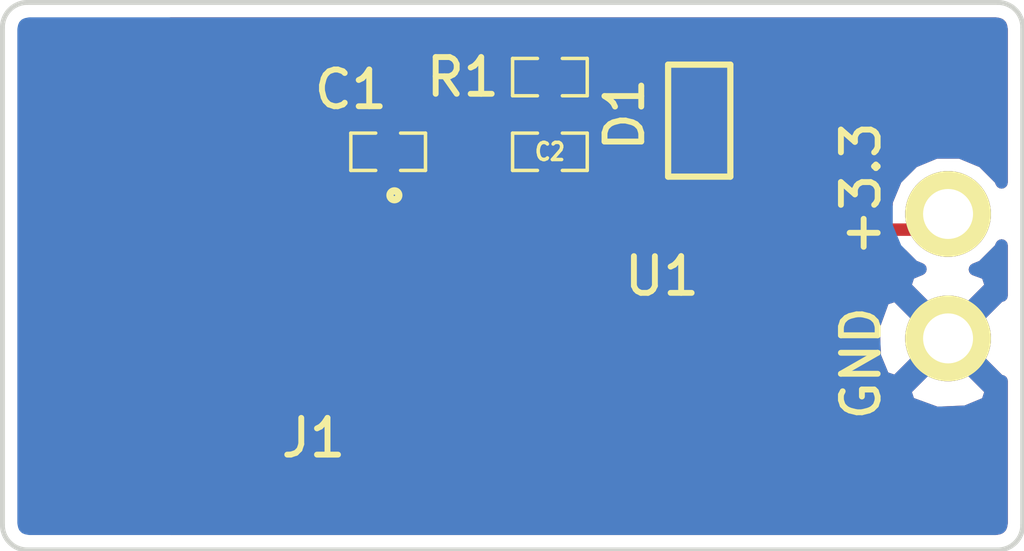
<source format=kicad_pcb>
(kicad_pcb (version 3) (host pcbnew "(2013-07-07 BZR 4022)-stable")

  (general
    (links 19)
    (no_connects 5)
    (area 211.767 139.141999 235.339 150.418001)
    (thickness 1.6)
    (drawings 9)
    (tracks 17)
    (zones 0)
    (modules 8)
    (nets 5)
  )

  (page A3)
  (layers
    (15 F.Cu signal)
    (0 B.Cu signal)
    (16 B.Adhes user)
    (17 F.Adhes user)
    (18 B.Paste user)
    (19 F.Paste user)
    (20 B.SilkS user)
    (21 F.SilkS user)
    (22 B.Mask user)
    (23 F.Mask user)
    (24 Dwgs.User user)
    (25 Cmts.User user)
    (26 Eco1.User user)
    (27 Eco2.User user)
    (28 Edge.Cuts user)
  )

  (setup
    (last_trace_width 0.254)
    (trace_clearance 0.254)
    (zone_clearance 0.254)
    (zone_45_only no)
    (trace_min 0.254)
    (segment_width 0.2)
    (edge_width 0.1)
    (via_size 0.889)
    (via_drill 0.635)
    (via_min_size 0.889)
    (via_min_drill 0.508)
    (uvia_size 0.508)
    (uvia_drill 0.127)
    (uvias_allowed no)
    (uvia_min_size 0.508)
    (uvia_min_drill 0.127)
    (pcb_text_width 0.3)
    (pcb_text_size 1.5 1.5)
    (mod_edge_width 0.15)
    (mod_text_size 1 1)
    (mod_text_width 0.15)
    (pad_size 1.5 1.5)
    (pad_drill 0.6)
    (pad_to_mask_clearance 0)
    (aux_axis_origin 0 0)
    (visible_elements 7FFFFFBF)
    (pcbplotparams
      (layerselection 15761409)
      (usegerberextensions true)
      (excludeedgelayer true)
      (linewidth 0.150000)
      (plotframeref false)
      (viasonmask false)
      (mode 1)
      (useauxorigin false)
      (hpglpennumber 1)
      (hpglpenspeed 20)
      (hpglpendiameter 15)
      (hpglpenoverlay 2)
      (psnegative false)
      (psa4output false)
      (plotreference true)
      (plotvalue true)
      (plotothertext true)
      (plotinvisibletext false)
      (padsonsilk false)
      (subtractmaskfromsilk false)
      (outputformat 1)
      (mirror false)
      (drillshape 0)
      (scaleselection 1)
      (outputdirectory gerbers))
  )

  (net 0 "")
  (net 1 /+3.3v)
  (net 2 /+5v)
  (net 3 GND)
  (net 4 N-000007)

  (net_class Default "This is the default net class."
    (clearance 0.254)
    (trace_width 0.254)
    (via_dia 0.889)
    (via_drill 0.635)
    (uvia_dia 0.508)
    (uvia_drill 0.127)
    (add_net "")
    (add_net /+3.3v)
    (add_net /+5v)
    (add_net GND)
    (add_net N-000007)
  )

  (module usb_micro_b_smt (layer F.Cu) (tedit 54183121) (tstamp 54182F35)
    (at 214.63 144.78 270)
    (path /54182DC6)
    (fp_text reference J1 (at 3.302 -4.826 360) (layer F.SilkS)
      (effects (font (size 0.75 0.75) (thickness 0.12)))
    )
    (fp_text value USB-MICRO-B (at 0 2.159 270) (layer F.SilkS) hide
      (effects (font (size 0.75 0.75) (thickness 0.15)))
    )
    (pad 6 smd rect (at 1.2 0 270) (size 1.9 1.9)
      (layers F.Cu F.Paste F.Mask)
      (net 3 GND)
    )
    (pad 6 smd rect (at -1.2 0 270) (size 1.9 1.9)
      (layers F.Cu F.Paste F.Mask)
      (net 3 GND)
    )
    (pad 6 smd rect (at 3.8 0 270) (size 1.8 1.9)
      (layers F.Cu F.Paste F.Mask)
      (net 3 GND)
    )
    (pad 6 smd rect (at -3.8 0 270) (size 1.8 1.9)
      (layers F.Cu F.Paste F.Mask)
      (net 3 GND)
    )
    (pad 6 smd rect (at -3.1 -2.55 270) (size 2.1 1.6)
      (layers F.Cu F.Paste F.Mask)
      (net 3 GND)
    )
    (pad 6 smd rect (at 3.1 -2.55 270) (size 2.1 1.6)
      (layers F.Cu F.Paste F.Mask)
      (net 3 GND)
    )
    (pad 2 smd rect (at -0.65 -3 270) (size 0.4 2)
      (layers F.Cu F.Paste F.Mask)
    )
    (pad 3 smd rect (at 0 -3 270) (size 0.4 2)
      (layers F.Cu F.Paste F.Mask)
    )
    (pad 4 smd rect (at 0.65 -3 270) (size 0.4 2)
      (layers F.Cu F.Paste F.Mask)
    )
    (pad 5 smd rect (at 1.3 -3 270) (size 0.4 2)
      (layers F.Cu F.Paste F.Mask)
      (net 3 GND)
    )
    (pad 1 smd rect (at -1.3 -3 270) (size 0.4 2)
      (layers F.Cu F.Paste F.Mask)
      (net 2 /+5v)
    )
  )

  (module TEST_0.100 (layer F.Cu) (tedit 54183282) (tstamp 54182F3A)
    (at 232.41 143.51 270)
    (path /54182DD5)
    (fp_text reference P1 (at 0 -2.1 270) (layer F.SilkS) hide
      (effects (font (size 1 1) (thickness 0.15)))
    )
    (fp_text value +3.3 (at -0.508 1.778 270) (layer F.SilkS)
      (effects (font (size 0.75 0.75) (thickness 0.12)))
    )
    (pad 1 thru_hole circle (at 0 0 270) (size 1.75 1.75) (drill 1.02)
      (layers *.Cu *.Mask F.SilkS)
      (net 1 /+3.3v)
    )
  )

  (module TEST_0.100 (layer F.Cu) (tedit 54183278) (tstamp 54182F3F)
    (at 232.41 146.05 270)
    (path /54182DE2)
    (fp_text reference P2 (at 0 -2.1 270) (layer F.SilkS) hide
      (effects (font (size 1 1) (thickness 0.15)))
    )
    (fp_text value GND (at 0.508 1.778 270) (layer F.SilkS)
      (effects (font (size 0.75 0.75) (thickness 0.12)))
    )
    (pad 1 thru_hole circle (at 0 0 270) (size 1.75 1.75) (drill 1.02)
      (layers *.Cu *.Mask F.SilkS)
      (net 3 GND)
    )
  )

  (module sot23-5_noah (layer F.Cu) (tedit 54183140) (tstamp 54182F49)
    (at 222.25 144.78)
    (path /54182BF8)
    (fp_text reference U1 (at 4.318 0) (layer F.SilkS)
      (effects (font (size 0.75 0.75) (thickness 0.12)))
    )
    (fp_text value "AAT3221 / MIC5504" (at 1.397 -2.286) (layer F.SilkS) hide
      (effects (font (size 0.75 0.75) (thickness 0.12)))
    )
    (fp_circle (center -1.143 -1.651) (end -1.0795 -1.5875) (layer F.SilkS) (width 0.15))
    (pad 1 smd rect (at 0 -0.95) (size 1.3 0.55)
      (layers F.Cu F.Paste F.Mask)
      (net 2 /+5v)
    )
    (pad 2 smd rect (at 0 0) (size 1.3 0.55)
      (layers F.Cu F.Paste F.Mask)
      (net 3 GND)
    )
    (pad 3 smd rect (at 0 0.95) (size 1.3 0.55)
      (layers F.Cu F.Paste F.Mask)
      (net 2 /+5v)
    )
    (pad 4 smd rect (at 2.5 0.95) (size 1.3 0.55)
      (layers F.Cu F.Paste F.Mask)
      (net 3 GND)
    )
    (pad 5 smd rect (at 2.5 -0.95) (size 1.3 0.55)
      (layers F.Cu F.Paste F.Mask)
      (net 1 /+3.3v)
    )
  )

  (module SM0402_c (layer F.Cu) (tedit 516FD0AE) (tstamp 54182F55)
    (at 224.282 142.24 180)
    (path /54182C9D)
    (attr smd)
    (fp_text reference C2 (at 0 0 180) (layer F.SilkS)
      (effects (font (size 0.35052 0.3048) (thickness 0.07112)))
    )
    (fp_text value 1uF (at 0.09906 0 180) (layer F.SilkS) hide
      (effects (font (size 0.35052 0.3048) (thickness 0.07112)))
    )
    (fp_line (start -0.254 -0.381) (end -0.762 -0.381) (layer F.SilkS) (width 0.07112))
    (fp_line (start -0.762 -0.381) (end -0.762 0.381) (layer F.SilkS) (width 0.07112))
    (fp_line (start -0.762 0.381) (end -0.254 0.381) (layer F.SilkS) (width 0.07112))
    (fp_line (start 0.254 -0.381) (end 0.762 -0.381) (layer F.SilkS) (width 0.07112))
    (fp_line (start 0.762 -0.381) (end 0.762 0.381) (layer F.SilkS) (width 0.07112))
    (fp_line (start 0.762 0.381) (end 0.254 0.381) (layer F.SilkS) (width 0.07112))
    (pad 1 smd rect (at -0.44958 0 180) (size 0.39878 0.59944)
      (layers F.Cu F.Paste F.Mask)
      (net 1 /+3.3v)
    )
    (pad 2 smd rect (at 0.44958 0 180) (size 0.39878 0.59944)
      (layers F.Cu F.Paste F.Mask)
      (net 3 GND)
    )
    (model smd/capacitors/C0402.wrl
      (at (xyz 0 0 0))
      (scale (xyz 0.27 0.27 0.27))
      (rotate (xyz 0 0 0))
    )
  )

  (module SM0402_c (layer F.Cu) (tedit 5418312D) (tstamp 54182F61)
    (at 220.98 142.24)
    (path /54182CC9)
    (attr smd)
    (fp_text reference C1 (at -0.762 -1.27) (layer F.SilkS)
      (effects (font (size 0.75 0.75) (thickness 0.12)))
    )
    (fp_text value 1uF (at 0.09906 0) (layer F.SilkS) hide
      (effects (font (size 0.35052 0.3048) (thickness 0.07112)))
    )
    (fp_line (start -0.254 -0.381) (end -0.762 -0.381) (layer F.SilkS) (width 0.07112))
    (fp_line (start -0.762 -0.381) (end -0.762 0.381) (layer F.SilkS) (width 0.07112))
    (fp_line (start -0.762 0.381) (end -0.254 0.381) (layer F.SilkS) (width 0.07112))
    (fp_line (start 0.254 -0.381) (end 0.762 -0.381) (layer F.SilkS) (width 0.07112))
    (fp_line (start 0.762 -0.381) (end 0.762 0.381) (layer F.SilkS) (width 0.07112))
    (fp_line (start 0.762 0.381) (end 0.254 0.381) (layer F.SilkS) (width 0.07112))
    (pad 1 smd rect (at -0.44958 0) (size 0.39878 0.59944)
      (layers F.Cu F.Paste F.Mask)
      (net 2 /+5v)
    )
    (pad 2 smd rect (at 0.44958 0) (size 0.39878 0.59944)
      (layers F.Cu F.Paste F.Mask)
      (net 3 GND)
    )
    (model smd/capacitors/C0402.wrl
      (at (xyz 0 0 0))
      (scale (xyz 0.27 0.27 0.27))
      (rotate (xyz 0 0 0))
    )
  )

  (module SM0402_r (layer F.Cu) (tedit 541830D6) (tstamp 54183078)
    (at 224.282 140.716 180)
    (path /54183114)
    (attr smd)
    (fp_text reference R1 (at 1.778 0 180) (layer F.SilkS)
      (effects (font (size 0.75 0.75) (thickness 0.12)))
    )
    (fp_text value 1K (at 0.09906 0 180) (layer F.SilkS) hide
      (effects (font (size 0.35052 0.3048) (thickness 0.07112)))
    )
    (fp_line (start -0.254 -0.381) (end -0.762 -0.381) (layer F.SilkS) (width 0.07112))
    (fp_line (start -0.762 -0.381) (end -0.762 0.381) (layer F.SilkS) (width 0.07112))
    (fp_line (start -0.762 0.381) (end -0.254 0.381) (layer F.SilkS) (width 0.07112))
    (fp_line (start 0.254 -0.381) (end 0.762 -0.381) (layer F.SilkS) (width 0.07112))
    (fp_line (start 0.762 -0.381) (end 0.762 0.381) (layer F.SilkS) (width 0.07112))
    (fp_line (start 0.762 0.381) (end 0.254 0.381) (layer F.SilkS) (width 0.07112))
    (pad 1 smd rect (at -0.44958 0 180) (size 0.39878 0.59944)
      (layers F.Cu F.Paste F.Mask)
      (net 4 N-000007)
    )
    (pad 2 smd rect (at 0.44958 0 180) (size 0.39878 0.59944)
      (layers F.Cu F.Paste F.Mask)
      (net 3 GND)
    )
    (model smd/resistors/R0402.wrl
      (at (xyz 0 0 0))
      (scale (xyz 0.27 0.27 0.27))
      (rotate (xyz 0 0 0))
    )
  )

  (module SM0603 (layer F.Cu) (tedit 54183135) (tstamp 54183094)
    (at 227.33 141.605 90)
    (path /541830EB)
    (attr smd)
    (fp_text reference D1 (at 0.127 -1.524 90) (layer F.SilkS)
      (effects (font (size 0.75 0.75) (thickness 0.12)))
    )
    (fp_text value LED (at 0 0 90) (layer F.SilkS) hide
      (effects (font (size 0.508 0.4572) (thickness 0.1143)))
    )
    (fp_line (start -1.143 -0.635) (end 1.143 -0.635) (layer F.SilkS) (width 0.127))
    (fp_line (start 1.143 -0.635) (end 1.143 0.635) (layer F.SilkS) (width 0.127))
    (fp_line (start 1.143 0.635) (end -1.143 0.635) (layer F.SilkS) (width 0.127))
    (fp_line (start -1.143 0.635) (end -1.143 -0.635) (layer F.SilkS) (width 0.127))
    (pad 1 smd rect (at -0.762 0 90) (size 0.635 1.143)
      (layers F.Cu F.Paste F.Mask)
      (net 1 /+3.3v)
    )
    (pad 2 smd rect (at 0.762 0 90) (size 0.635 1.143)
      (layers F.Cu F.Paste F.Mask)
      (net 4 N-000007)
    )
    (model smd\resistors\R0603.wrl
      (at (xyz 0 0 0.001))
      (scale (xyz 0.5 0.5 0.5))
      (rotate (xyz 0 0 0))
    )
  )

  (gr_text "github.com/\nnoahp/usb3_3v\nv0.1" (at 225.044 147.066) (layer F.Mask)
    (effects (font (size 0.75 0.75) (thickness 0.12)))
  )
  (gr_line (start 213.614 150.368) (end 233.426 150.368) (angle 90) (layer Edge.Cuts) (width 0.1))
  (gr_line (start 213.106 139.7) (end 213.106 149.86) (angle 90) (layer Edge.Cuts) (width 0.1))
  (gr_line (start 233.426 139.192) (end 213.614 139.192) (angle 90) (layer Edge.Cuts) (width 0.1))
  (gr_line (start 233.934 149.86) (end 233.934 139.7) (angle 90) (layer Edge.Cuts) (width 0.1))
  (gr_arc (start 213.614 149.86) (end 213.614 150.368) (angle 90) (layer Edge.Cuts) (width 0.1))
  (gr_arc (start 233.426 149.86) (end 233.934 149.86) (angle 90) (layer Edge.Cuts) (width 0.1))
  (gr_arc (start 233.426 139.7) (end 233.426 139.192) (angle 90) (layer Edge.Cuts) (width 0.1))
  (gr_arc (start 213.614 139.7) (end 213.106 139.7) (angle 90) (layer Edge.Cuts) (width 0.1))

  (segment (start 230.82 143.83) (end 232.09 143.83) (width 0.254) (layer F.Cu) (net 1) (status 800000))
  (segment (start 225.806 143.83) (end 230.82 143.83) (width 0.254) (layer F.Cu) (net 1))
  (segment (start 232.09 143.83) (end 232.41 143.51) (width 0.254) (layer F.Cu) (net 1) (tstamp 541832AA) (status C00000))
  (segment (start 224.75 143.83) (end 225.806 143.83) (width 0.254) (layer F.Cu) (net 1))
  (segment (start 225.806 143.83) (end 225.867 143.83) (width 0.254) (layer F.Cu) (net 1) (tstamp 5418317A))
  (segment (start 225.867 143.83) (end 227.33 142.367) (width 0.254) (layer F.Cu) (net 1) (tstamp 54183176))
  (segment (start 224.73158 142.24) (end 224.73158 143.81158) (width 0.254) (layer F.Cu) (net 1))
  (segment (start 224.73158 143.81158) (end 224.75 143.83) (width 0.254) (layer F.Cu) (net 1) (tstamp 54183173))
  (segment (start 220.345 143.51) (end 220.345 142.42542) (width 0.254) (layer F.Cu) (net 2))
  (segment (start 220.345 142.42542) (end 220.53042 142.24) (width 0.254) (layer F.Cu) (net 2) (tstamp 54183215))
  (segment (start 220.345 143.48) (end 220.345 143.51) (width 0.254) (layer F.Cu) (net 2))
  (segment (start 220.345 143.51) (end 220.345 145.415) (width 0.254) (layer F.Cu) (net 2) (tstamp 54183213))
  (segment (start 220.66 145.73) (end 222.25 145.73) (width 0.254) (layer F.Cu) (net 2) (tstamp 5418300E))
  (segment (start 220.345 145.415) (end 220.66 145.73) (width 0.254) (layer F.Cu) (net 2) (tstamp 5418300D))
  (segment (start 217.63 143.48) (end 220.345 143.48) (width 0.254) (layer F.Cu) (net 2))
  (segment (start 220.345 143.48) (end 221.9 143.48) (width 0.254) (layer F.Cu) (net 2) (tstamp 5418300B))
  (segment (start 221.9 143.48) (end 222.25 143.83) (width 0.254) (layer F.Cu) (net 2) (tstamp 54182FDC))

  (zone (net 3) (net_name GND) (layer F.Cu) (tstamp 541831D5) (hatch edge 0.508)
    (connect_pads (clearance 0.254))
    (min_thickness 0.254)
    (fill (arc_segments 16) (thermal_gap 0.508) (thermal_bridge_width 0.508))
    (polygon
      (pts
        (xy 233.934 150.368) (xy 213.106 150.368) (xy 213.106 139.192) (xy 233.934 139.192)
      )
    )
    (filled_polygon
      (pts
        (xy 233.503 149.816851) (xy 233.489179 149.886647) (xy 233.474782 149.908154) (xy 233.451833 149.923517) (xy 233.383738 149.937)
        (xy 233.292454 149.937) (xy 233.292454 147.11206) (xy 232.41 146.229605) (xy 232.230395 146.40921) (xy 232.230395 146.05)
        (xy 231.34794 145.167546) (xy 231.094049 145.250886) (xy 230.888412 145.815308) (xy 230.914422 146.41546) (xy 231.094049 146.849114)
        (xy 231.34794 146.932454) (xy 232.230395 146.05) (xy 232.230395 146.40921) (xy 231.527546 147.11206) (xy 231.610886 147.365951)
        (xy 232.175308 147.571588) (xy 232.77546 147.545578) (xy 233.209114 147.365951) (xy 233.292454 147.11206) (xy 233.292454 149.937)
        (xy 226.03499 149.937) (xy 226.03499 146.01574) (xy 226.03499 145.444259) (xy 226.034889 145.328136) (xy 225.938013 145.094832)
        (xy 225.759229 144.916359) (xy 225.525755 144.81989) (xy 225.03575 144.82) (xy 224.877 144.97875) (xy 224.877 145.603)
        (xy 225.87625 145.603) (xy 226.03499 145.444259) (xy 226.03499 146.01574) (xy 225.87625 145.857) (xy 224.877 145.857)
        (xy 224.877 146.48125) (xy 225.03575 146.64) (xy 225.525755 146.64011) (xy 225.759229 146.543641) (xy 225.938013 146.365168)
        (xy 226.034889 146.131864) (xy 226.03499 146.01574) (xy 226.03499 149.937) (xy 224.623 149.937) (xy 224.623 146.48125)
        (xy 224.623 145.857) (xy 223.62375 145.857) (xy 223.465009 146.01574) (xy 223.465111 146.131864) (xy 223.561987 146.365168)
        (xy 223.740771 146.543641) (xy 223.974245 146.64011) (xy 224.46425 146.64) (xy 224.623 146.48125) (xy 224.623 149.937)
        (xy 218.61511 149.937) (xy 218.61511 149.055755) (xy 218.615 148.16575) (xy 218.45625 148.007) (xy 217.307 148.007)
        (xy 217.307 149.40625) (xy 217.46575 149.565) (xy 217.854245 149.56511) (xy 218.106864 149.564889) (xy 218.340168 149.468013)
        (xy 218.518641 149.289229) (xy 218.61511 149.055755) (xy 218.61511 149.937) (xy 216.535 149.937) (xy 216.535 149.565101)
        (xy 216.89425 149.565) (xy 217.053 149.40625) (xy 217.053 148.007) (xy 217.033 148.007) (xy 217.033 147.753)
        (xy 217.053 147.753) (xy 217.053 147.733) (xy 217.307 147.733) (xy 217.307 147.753) (xy 218.45625 147.753)
        (xy 218.615 147.59425) (xy 218.615083 146.915013) (xy 218.756864 146.914889) (xy 218.990168 146.818013) (xy 219.168641 146.639229)
        (xy 219.26511 146.405755) (xy 219.265 146.33875) (xy 219.10625 146.18) (xy 217.757 146.18) (xy 217.757 146.194917)
        (xy 217.503 146.194989) (xy 217.503 146.18) (xy 217.483 146.18) (xy 217.483 146.011066) (xy 218.705453 146.011066)
        (xy 218.780637 145.98) (xy 219.10625 145.98) (xy 219.265 145.82125) (xy 219.26511 145.754245) (xy 219.168641 145.520771)
        (xy 219.011066 145.362921) (xy 219.011066 145.154547) (xy 218.990614 145.105051) (xy 219.010934 145.056118) (xy 219.011066 144.904547)
        (xy 219.011066 144.504547) (xy 218.990614 144.455051) (xy 219.010934 144.406118) (xy 219.011066 144.254547) (xy 219.011066 143.988)
        (xy 219.837 143.988) (xy 219.837 145.415) (xy 219.875669 145.609403) (xy 219.98579 145.77421) (xy 220.30079 146.08921)
        (xy 220.465596 146.199331) (xy 220.465597 146.199331) (xy 220.497849 146.205746) (xy 220.66 146.238) (xy 221.294248 146.238)
        (xy 221.383899 146.327808) (xy 221.523882 146.385934) (xy 221.675453 146.386066) (xy 222.975453 146.386066) (xy 223.115537 146.328184)
        (xy 223.222808 146.221101) (xy 223.280934 146.081118) (xy 223.281066 145.929547) (xy 223.281066 145.571841) (xy 223.438013 145.415168)
        (xy 223.465091 145.349954) (xy 223.465009 145.444259) (xy 223.62375 145.603) (xy 224.623 145.603) (xy 224.623 144.97875)
        (xy 224.46425 144.82) (xy 223.974245 144.81989) (xy 223.740771 144.916359) (xy 223.561987 145.094832) (xy 223.534908 145.160045)
        (xy 223.53499 145.06574) (xy 223.37625 144.907) (xy 222.377 144.907) (xy 222.377 144.927) (xy 222.123 144.927)
        (xy 222.123 144.907) (xy 221.12375 144.907) (xy 220.965009 145.06574) (xy 220.965111 145.181864) (xy 220.981776 145.222)
        (xy 220.87042 145.222) (xy 220.853 145.20458) (xy 220.853 143.988) (xy 221.218934 143.988) (xy 221.218934 143.988158)
        (xy 221.061987 144.144832) (xy 220.965111 144.378136) (xy 220.965009 144.494259) (xy 221.12375 144.653) (xy 222.123 144.653)
        (xy 222.123 144.633) (xy 222.377 144.633) (xy 222.377 144.653) (xy 223.37625 144.653) (xy 223.53499 144.494259)
        (xy 223.534889 144.378136) (xy 223.438013 144.144832) (xy 223.281066 143.988158) (xy 223.281066 143.479547) (xy 223.223184 143.339463)
        (xy 223.116101 143.232192) (xy 222.976118 143.174066) (xy 222.824547 143.173934) (xy 222.312354 143.173934) (xy 222.25921 143.12079)
        (xy 222.094403 143.010669) (xy 222.062388 143.0043) (xy 222.166983 142.899888) (xy 222.263859 142.666584) (xy 222.26408 142.413965)
        (xy 222.26408 142.066035) (xy 222.263859 141.813416) (xy 222.166983 141.580112) (xy 221.988199 141.401639) (xy 221.754725 141.30517)
        (xy 221.688025 141.30528) (xy 221.529275 141.46403) (xy 221.529275 142.113) (xy 222.10522 142.113) (xy 222.26397 141.95425)
        (xy 222.26408 142.066035) (xy 222.26408 142.413965) (xy 222.26397 142.52575) (xy 222.10522 142.367) (xy 221.529275 142.367)
        (xy 221.529275 142.387) (xy 221.329885 142.387) (xy 221.329885 142.367) (xy 221.28258 142.367) (xy 221.28258 142.113)
        (xy 221.329885 142.113) (xy 221.329885 141.46403) (xy 221.171135 141.30528) (xy 221.104435 141.30517) (xy 220.870961 141.401639)
        (xy 220.71306 141.559265) (xy 220.654357 141.559214) (xy 220.255577 141.559214) (xy 220.115493 141.617096) (xy 220.008222 141.724179)
        (xy 219.950096 141.864162) (xy 219.949964 142.015733) (xy 219.949964 142.119827) (xy 219.875669 142.231017) (xy 219.837 142.42542)
        (xy 219.837 142.972) (xy 218.860883 142.972) (xy 218.846101 142.957192) (xy 218.706118 142.899066) (xy 218.597253 142.898971)
        (xy 218.61511 142.855755) (xy 218.61511 140.504245) (xy 218.518641 140.270771) (xy 218.340168 140.091987) (xy 218.106864 139.995111)
        (xy 217.854245 139.99489) (xy 217.46575 139.995) (xy 217.307 140.15375) (xy 217.307 141.553) (xy 218.45625 141.553)
        (xy 218.615 141.39425) (xy 218.61511 140.504245) (xy 218.61511 142.855755) (xy 218.615 141.96575) (xy 218.45625 141.807)
        (xy 217.307 141.807) (xy 217.307 141.827) (xy 217.053 141.827) (xy 217.053 141.807) (xy 217.033 141.807)
        (xy 217.033 141.553) (xy 217.053 141.553) (xy 217.053 140.15375) (xy 216.89425 139.995) (xy 216.535 139.994898)
        (xy 216.535 139.623) (xy 233.383738 139.623) (xy 233.451833 139.636482) (xy 233.474782 139.651845) (xy 233.489179 139.673352)
        (xy 233.503 139.743148) (xy 233.503 142.866247) (xy 233.475405 142.799463) (xy 233.122396 142.445836) (xy 232.66093 142.254219)
        (xy 232.161262 142.253783) (xy 231.699463 142.444595) (xy 231.345836 142.797604) (xy 231.154219 143.25907) (xy 231.154164 143.322)
        (xy 230.82 143.322) (xy 227.09342 143.322) (xy 227.349854 143.065566) (xy 227.976953 143.065566) (xy 228.117037 143.007684)
        (xy 228.224308 142.900601) (xy 228.282434 142.760618) (xy 228.282566 142.609047) (xy 228.282566 141.974047) (xy 228.282566 141.085047)
        (xy 228.282566 140.450047) (xy 228.224684 140.309963) (xy 228.117601 140.202692) (xy 227.977618 140.144566) (xy 227.826047 140.144434)
        (xy 226.683047 140.144434) (xy 226.542963 140.202316) (xy 226.435692 140.309399) (xy 226.377566 140.449382) (xy 226.377434 140.600953)
        (xy 226.377434 141.235953) (xy 226.435316 141.376037) (xy 226.542399 141.483308) (xy 226.682382 141.541434) (xy 226.833953 141.541566)
        (xy 227.976953 141.541566) (xy 228.117037 141.483684) (xy 228.224308 141.376601) (xy 228.282434 141.236618) (xy 228.282566 141.085047)
        (xy 228.282566 141.974047) (xy 228.224684 141.833963) (xy 228.117601 141.726692) (xy 227.977618 141.668566) (xy 227.826047 141.668434)
        (xy 226.683047 141.668434) (xy 226.542963 141.726316) (xy 226.435692 141.833399) (xy 226.377566 141.973382) (xy 226.377434 142.124953)
        (xy 226.377434 142.601145) (xy 225.681187 143.297392) (xy 225.616101 143.232192) (xy 225.476118 143.174066) (xy 225.324547 143.173934)
        (xy 225.23958 143.173934) (xy 225.23958 142.769994) (xy 225.253778 142.755821) (xy 225.311904 142.615838) (xy 225.312036 142.464267)
        (xy 225.312036 141.864827) (xy 225.254154 141.724743) (xy 225.147071 141.617472) (xy 225.007088 141.559346) (xy 224.855517 141.559214)
        (xy 224.548888 141.559214) (xy 224.467533 141.478) (xy 224.548939 141.396734) (xy 224.607643 141.396786) (xy 225.006423 141.396786)
        (xy 225.146507 141.338904) (xy 225.253778 141.231821) (xy 225.311904 141.091838) (xy 225.312036 140.940267) (xy 225.312036 140.340827)
        (xy 225.254154 140.200743) (xy 225.147071 140.093472) (xy 225.007088 140.035346) (xy 224.855517 140.035214) (xy 224.548888 140.035214)
        (xy 224.391039 139.877639) (xy 224.157565 139.78117) (xy 224.090865 139.78128) (xy 223.932115 139.94003) (xy 223.932115 140.589)
        (xy 223.97942 140.589) (xy 223.97942 140.843) (xy 223.932115 140.843) (xy 223.932115 141.46403) (xy 223.932115 141.49197)
        (xy 223.932115 142.113) (xy 223.97942 142.113) (xy 223.97942 142.367) (xy 223.932115 142.367) (xy 223.932115 143.01597)
        (xy 224.090079 143.173934) (xy 224.024547 143.173934) (xy 223.884463 143.231816) (xy 223.777192 143.338899) (xy 223.732725 143.445987)
        (xy 223.732725 143.01597) (xy 223.732725 142.367) (xy 223.732725 142.113) (xy 223.732725 141.49197) (xy 223.732725 141.46403)
        (xy 223.732725 140.843) (xy 223.732725 140.589) (xy 223.732725 139.94003) (xy 223.573975 139.78128) (xy 223.507275 139.78117)
        (xy 223.273801 139.877639) (xy 223.095017 140.056112) (xy 222.998141 140.289416) (xy 222.99792 140.542035) (xy 222.99803 140.43025)
        (xy 223.15678 140.589) (xy 223.732725 140.589) (xy 223.732725 140.843) (xy 223.15678 140.843) (xy 222.99803 141.00175)
        (xy 222.99792 140.889965) (xy 222.998141 141.142584) (xy 223.095017 141.375888) (xy 223.197306 141.478) (xy 223.095017 141.580112)
        (xy 222.998141 141.813416) (xy 222.99792 142.066035) (xy 222.99803 141.95425) (xy 223.15678 142.113) (xy 223.732725 142.113)
        (xy 223.732725 142.367) (xy 223.15678 142.367) (xy 222.99803 142.52575) (xy 222.99792 142.413965) (xy 222.998141 142.666584)
        (xy 223.095017 142.899888) (xy 223.273801 143.078361) (xy 223.507275 143.17483) (xy 223.573975 143.17472) (xy 223.732725 143.01597)
        (xy 223.732725 143.445987) (xy 223.719066 143.478882) (xy 223.718934 143.630453) (xy 223.718934 144.180453) (xy 223.776816 144.320537)
        (xy 223.883899 144.427808) (xy 224.023882 144.485934) (xy 224.175453 144.486066) (xy 225.475453 144.486066) (xy 225.615537 144.428184)
        (xy 225.705879 144.338) (xy 225.806 144.338) (xy 225.867 144.338) (xy 230.82 144.338) (xy 231.461852 144.338)
        (xy 231.697604 144.574164) (xy 231.847057 144.636222) (xy 231.610886 144.734049) (xy 231.527546 144.98794) (xy 232.41 145.870395)
        (xy 233.292454 144.98794) (xy 233.209114 144.734049) (xy 232.958005 144.642561) (xy 233.120537 144.575405) (xy 233.474164 144.222396)
        (xy 233.503 144.152951) (xy 233.503 145.177702) (xy 233.47206 145.167546) (xy 232.589605 146.05) (xy 233.47206 146.932454)
        (xy 233.503 146.922297) (xy 233.503 149.816851)
      )
    )
  )
  (zone (net 3) (net_name GND) (layer B.Cu) (tstamp 541831D5) (hatch edge 0.508)
    (connect_pads (clearance 0.254))
    (min_thickness 0.254)
    (fill (arc_segments 16) (thermal_gap 0.508) (thermal_bridge_width 0.508))
    (polygon
      (pts
        (xy 233.934 150.368) (xy 213.106 150.368) (xy 213.106 139.192) (xy 233.934 139.192)
      )
    )
    (filled_polygon
      (pts
        (xy 233.503 149.816851) (xy 233.489179 149.886647) (xy 233.474782 149.908154) (xy 233.451833 149.923517) (xy 233.383738 149.937)
        (xy 233.292454 149.937) (xy 233.292454 147.11206) (xy 232.41 146.229605) (xy 232.230395 146.40921) (xy 232.230395 146.05)
        (xy 231.34794 145.167546) (xy 231.094049 145.250886) (xy 230.888412 145.815308) (xy 230.914422 146.41546) (xy 231.094049 146.849114)
        (xy 231.34794 146.932454) (xy 232.230395 146.05) (xy 232.230395 146.40921) (xy 231.527546 147.11206) (xy 231.610886 147.365951)
        (xy 232.175308 147.571588) (xy 232.77546 147.545578) (xy 233.209114 147.365951) (xy 233.292454 147.11206) (xy 233.292454 149.937)
        (xy 213.657148 149.937) (xy 213.587352 149.923179) (xy 213.565845 149.908782) (xy 213.550482 149.885833) (xy 213.537 149.817738)
        (xy 213.537 139.742261) (xy 213.550482 139.674166) (xy 213.565845 139.651217) (xy 213.587352 139.63682) (xy 213.657148 139.623)
        (xy 233.383738 139.623) (xy 233.451833 139.636482) (xy 233.474782 139.651845) (xy 233.489179 139.673352) (xy 233.503 139.743148)
        (xy 233.503 142.866247) (xy 233.475405 142.799463) (xy 233.122396 142.445836) (xy 232.66093 142.254219) (xy 232.161262 142.253783)
        (xy 231.699463 142.444595) (xy 231.345836 142.797604) (xy 231.154219 143.25907) (xy 231.153783 143.758738) (xy 231.344595 144.220537)
        (xy 231.697604 144.574164) (xy 231.847057 144.636222) (xy 231.610886 144.734049) (xy 231.527546 144.98794) (xy 232.41 145.870395)
        (xy 233.292454 144.98794) (xy 233.209114 144.734049) (xy 232.958005 144.642561) (xy 233.120537 144.575405) (xy 233.474164 144.222396)
        (xy 233.503 144.152951) (xy 233.503 145.177702) (xy 233.47206 145.167546) (xy 232.589605 146.05) (xy 233.47206 146.932454)
        (xy 233.503 146.922297) (xy 233.503 149.816851)
      )
    )
  )
  (zone (net 0) (net_name "") (layer F.Cu) (tstamp 541832FF) (hatch edge 0.508)
    (connect_pads (clearance 0.254))
    (min_thickness 0.254)
    (keepout (tracks not_allowed) (vias not_allowed) (copperpour not_allowed))
    (fill (arc_segments 16) (thermal_gap 0.508) (thermal_bridge_width 0.508))
    (polygon
      (pts
        (xy 216.408 150.368) (xy 213.106 150.368) (xy 213.106 139.192) (xy 216.408 139.192)
      )
    )
  )
)

</source>
